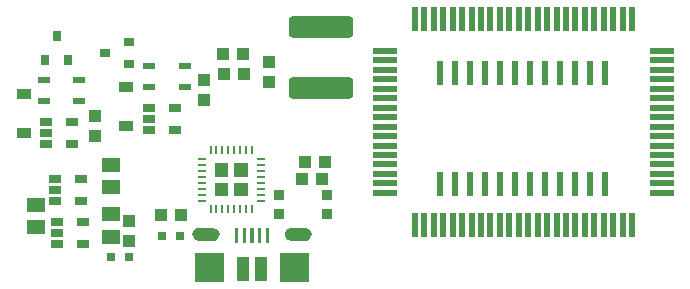
<source format=gbr>
G04 #@! TF.GenerationSoftware,KiCad,Pcbnew,9.0.1*
G04 #@! TF.CreationDate,2025-08-14T12:18:44-07:00*
G04 #@! TF.ProjectId,EL_PSU,454c5f50-5355-42e6-9b69-6361645f7063,rev?*
G04 #@! TF.SameCoordinates,Original*
G04 #@! TF.FileFunction,Paste,Top*
G04 #@! TF.FilePolarity,Positive*
%FSLAX46Y46*%
G04 Gerber Fmt 4.6, Leading zero omitted, Abs format (unit mm)*
G04 Created by KiCad (PCBNEW 9.0.1) date 2025-08-14 12:18:44*
%MOMM*%
%LPD*%
G01*
G04 APERTURE LIST*
G04 Aperture macros list*
%AMRoundRect*
0 Rectangle with rounded corners*
0 $1 Rounding radius*
0 $2 $3 $4 $5 $6 $7 $8 $9 X,Y pos of 4 corners*
0 Add a 4 corners polygon primitive as box body*
4,1,4,$2,$3,$4,$5,$6,$7,$8,$9,$2,$3,0*
0 Add four circle primitives for the rounded corners*
1,1,$1+$1,$2,$3*
1,1,$1+$1,$4,$5*
1,1,$1+$1,$6,$7*
1,1,$1+$1,$8,$9*
0 Add four rect primitives between the rounded corners*
20,1,$1+$1,$2,$3,$4,$5,0*
20,1,$1+$1,$4,$5,$6,$7,0*
20,1,$1+$1,$6,$7,$8,$9,0*
20,1,$1+$1,$8,$9,$2,$3,0*%
G04 Aperture macros list end*
%ADD10C,0.000000*%
%ADD11R,1.500000X1.240000*%
%ADD12R,1.000000X2.000000*%
%ADD13R,0.900000X0.900000*%
%ADD14R,0.250000X0.800000*%
%ADD15R,0.800000X0.250000*%
%ADD16R,1.075000X1.000000*%
%ADD17R,0.800000X0.800000*%
%ADD18R,1.000000X1.075000*%
%ADD19R,1.060000X0.650000*%
%ADD20R,1.200000X0.900000*%
%ADD21R,1.000000X0.550000*%
%ADD22RoundRect,0.250000X2.450000X-0.650000X2.450000X0.650000X-2.450000X0.650000X-2.450000X-0.650000X0*%
%ADD23R,0.600000X2.000000*%
%ADD24R,0.900000X0.800000*%
%ADD25R,0.800000X0.900000*%
%ADD26R,0.500000X2.000000*%
%ADD27R,2.000000X0.500000*%
G04 APERTURE END LIST*
D10*
G36*
X141795000Y-105385000D02*
G01*
X139295000Y-105385000D01*
X139295000Y-102885000D01*
X141795000Y-102885000D01*
X141795000Y-105385000D01*
G37*
G36*
X142995000Y-102085000D02*
G01*
X142695000Y-102085000D01*
X142695000Y-100835000D01*
X142995000Y-100835000D01*
X142995000Y-102085000D01*
G37*
G36*
X143645000Y-102085000D02*
G01*
X143345000Y-102085000D01*
X143345000Y-100835000D01*
X143645000Y-100835000D01*
X143645000Y-102085000D01*
G37*
G36*
X144295000Y-102085000D02*
G01*
X143995000Y-102085000D01*
X143995000Y-100835000D01*
X144295000Y-100835000D01*
X144295000Y-102085000D01*
G37*
G36*
X144945000Y-102085000D02*
G01*
X144645000Y-102085000D01*
X144645000Y-100835000D01*
X144945000Y-100835000D01*
X144945000Y-102085000D01*
G37*
G36*
X145595000Y-102085000D02*
G01*
X145295000Y-102085000D01*
X145295000Y-100835000D01*
X145595000Y-100835000D01*
X145595000Y-102085000D01*
G37*
G36*
X148995000Y-105385000D02*
G01*
X146495000Y-105385000D01*
X146495000Y-102885000D01*
X148995000Y-102885000D01*
X148995000Y-105385000D01*
G37*
G36*
X141137751Y-100880121D02*
G01*
X141270490Y-101001798D01*
X141359132Y-101158539D01*
X141395000Y-101335000D01*
X141359132Y-101511461D01*
X141270490Y-101668202D01*
X141137751Y-101789879D01*
X140973908Y-101864583D01*
X140795000Y-101885000D01*
X139695000Y-101885000D01*
X139352249Y-101789879D01*
X139219510Y-101668202D01*
X139130868Y-101511461D01*
X139095000Y-101335000D01*
X139219510Y-101001798D01*
X139352249Y-100880121D01*
X139516092Y-100805417D01*
X139695000Y-100785000D01*
X140795000Y-100785000D01*
X141137751Y-100880121D01*
G37*
G36*
X148937751Y-100880121D02*
G01*
X149070490Y-101001798D01*
X149159132Y-101158539D01*
X149195000Y-101335000D01*
X149159132Y-101511461D01*
X149070490Y-101668202D01*
X148937751Y-101789879D01*
X148773908Y-101864583D01*
X148595000Y-101885000D01*
X147495000Y-101885000D01*
X147152249Y-101789879D01*
X147019510Y-101668202D01*
X146930868Y-101511461D01*
X146895000Y-101335000D01*
X147019510Y-101001798D01*
X147152249Y-100880121D01*
X147316092Y-100805417D01*
X147495000Y-100785000D01*
X148595000Y-100785000D01*
X148937751Y-100880121D01*
G37*
G36*
X142127000Y-96473000D02*
G01*
X140984000Y-96473000D01*
X140984000Y-95330000D01*
X142127000Y-95330000D01*
X142127000Y-96473000D01*
G37*
G36*
X142127000Y-98124000D02*
G01*
X140984000Y-98124000D01*
X140984000Y-96981000D01*
X142127000Y-96981000D01*
X142127000Y-98124000D01*
G37*
G36*
X143778000Y-96473000D02*
G01*
X142635000Y-96473000D01*
X142635000Y-95330000D01*
X143778000Y-95330000D01*
X143778000Y-96473000D01*
G37*
G36*
X143778000Y-98124000D02*
G01*
X142635000Y-98124000D01*
X142635000Y-96981000D01*
X143778000Y-96981000D01*
X143778000Y-98124000D01*
G37*
D11*
X132200000Y-99650000D03*
X132200000Y-101550000D03*
X125857000Y-98850000D03*
X125857000Y-100750000D03*
D12*
X143395000Y-104235000D03*
X144895000Y-104235000D03*
D13*
X150513000Y-98000000D03*
X146413000Y-98000000D03*
X150513000Y-99600000D03*
X146413000Y-99600000D03*
D14*
X144131000Y-94227000D03*
X143631000Y-94227000D03*
X143131000Y-94227000D03*
X142631000Y-94227000D03*
X142131000Y-94227000D03*
X141631000Y-94227000D03*
X141131000Y-94227000D03*
X140631000Y-94227000D03*
D15*
X139881000Y-94977000D03*
X139881000Y-95477000D03*
X139881000Y-95977000D03*
X139881000Y-96477000D03*
X139881000Y-96977000D03*
X139881000Y-97477000D03*
X139881000Y-97977000D03*
X139881000Y-98477000D03*
D14*
X140631000Y-99227000D03*
X141131000Y-99227000D03*
X141631000Y-99227000D03*
X142131000Y-99227000D03*
X142631000Y-99227000D03*
X143131000Y-99227000D03*
X143631000Y-99227000D03*
X144131000Y-99227000D03*
D15*
X144881000Y-98477000D03*
X144881000Y-97977000D03*
X144881000Y-97477000D03*
X144881000Y-96977000D03*
X144881000Y-96477000D03*
X144881000Y-95977000D03*
X144881000Y-95477000D03*
X144881000Y-94977000D03*
D16*
X148375000Y-96647000D03*
X150075000Y-96647000D03*
D17*
X136525000Y-101473000D03*
X138025000Y-101473000D03*
D16*
X136437000Y-99695000D03*
X138137000Y-99695000D03*
D18*
X133731000Y-101942000D03*
X133731000Y-100242000D03*
D19*
X135425000Y-90617000D03*
X135425000Y-91567000D03*
X135425000Y-92517000D03*
X137625000Y-92517000D03*
X137625000Y-90617000D03*
D20*
X133450000Y-92150000D03*
X133450000Y-88850000D03*
D21*
X135450000Y-88875000D03*
X135450000Y-87125000D03*
X138450000Y-87125000D03*
X138450000Y-88875000D03*
D22*
X149987000Y-88910000D03*
X149987000Y-83810000D03*
D18*
X140081000Y-88304000D03*
X140081000Y-90004000D03*
D16*
X143471000Y-87757000D03*
X141771000Y-87757000D03*
X143400000Y-86106000D03*
X141700000Y-86106000D03*
D18*
X145542000Y-88480000D03*
X145542000Y-86780000D03*
D11*
X132200000Y-95450000D03*
X132200000Y-97350000D03*
D23*
X174012871Y-87683492D03*
X172742871Y-87683492D03*
X171472871Y-87683492D03*
X170202871Y-87683492D03*
X168932871Y-87683492D03*
X167662871Y-87683492D03*
X166392871Y-87683492D03*
X165122871Y-87683492D03*
X163852871Y-87683492D03*
X162582871Y-87683492D03*
X161312871Y-87683492D03*
X160042871Y-87683492D03*
X160042871Y-97083492D03*
X161312871Y-97083492D03*
X162582871Y-97083492D03*
X163852871Y-97083492D03*
X165122871Y-97083492D03*
X166392871Y-97083492D03*
X167662871Y-97083492D03*
X168932871Y-97083492D03*
X170202871Y-97083492D03*
X171472871Y-97083492D03*
X172742871Y-97083492D03*
X174012871Y-97083492D03*
D19*
X127650000Y-100300000D03*
X127650000Y-101250000D03*
X127650000Y-102200000D03*
X129850000Y-102200000D03*
X129850000Y-100300000D03*
X127500000Y-96650000D03*
X127500000Y-97600000D03*
X127500000Y-98550000D03*
X129700000Y-98550000D03*
X129700000Y-96650000D03*
D24*
X133700000Y-86950000D03*
X133700000Y-85050000D03*
X131700000Y-86000000D03*
D18*
X130810000Y-93052000D03*
X130810000Y-91352000D03*
D20*
X124800000Y-92790000D03*
X124800000Y-89490000D03*
D25*
X126650000Y-86540000D03*
X128550000Y-86540000D03*
X127600000Y-84540000D03*
D21*
X126500000Y-90015000D03*
X126500000Y-88265000D03*
X129500000Y-88265000D03*
X129500000Y-90015000D03*
D19*
X126700000Y-91790000D03*
X126700000Y-92740000D03*
X126700000Y-93690000D03*
X128900000Y-93690000D03*
X128900000Y-91790000D03*
D17*
X133719000Y-103251000D03*
X132219000Y-103251000D03*
D16*
X148629000Y-95250000D03*
X150329000Y-95250000D03*
D26*
X176332000Y-83071000D03*
X175532000Y-83071000D03*
X174732000Y-83071000D03*
X173932000Y-83071000D03*
X173132000Y-83071000D03*
X172332000Y-83071000D03*
X171532000Y-83071000D03*
X170732000Y-83071000D03*
X169932000Y-83071000D03*
X169132000Y-83071000D03*
X168332000Y-83071000D03*
X167532000Y-83071000D03*
X166732000Y-83071000D03*
X165932000Y-83071000D03*
X165132000Y-83071000D03*
X164332000Y-83071000D03*
X163532000Y-83071000D03*
X162732000Y-83071000D03*
X161932000Y-83071000D03*
X161132000Y-83071000D03*
X160332000Y-83071000D03*
X159532000Y-83071000D03*
X158732000Y-83071000D03*
X157932000Y-83071000D03*
D27*
X155382000Y-85821000D03*
X155382000Y-86621000D03*
X155382000Y-87421000D03*
X155382000Y-88221000D03*
X155382000Y-89021000D03*
X155382000Y-89821000D03*
X155382000Y-90621000D03*
X155382000Y-91421000D03*
X155382000Y-92221000D03*
X155382000Y-93021000D03*
X155382000Y-93821000D03*
X155382000Y-94621000D03*
X155382000Y-95421000D03*
X155382000Y-96221000D03*
X155382000Y-97021000D03*
X155382000Y-97821000D03*
D26*
X157932000Y-100571000D03*
X158732000Y-100571000D03*
X159532000Y-100571000D03*
X160332000Y-100571000D03*
X161132000Y-100571000D03*
X161932000Y-100571000D03*
X162732000Y-100571000D03*
X163532000Y-100571000D03*
X164332000Y-100571000D03*
X165132000Y-100571000D03*
X165932000Y-100571000D03*
X166732000Y-100571000D03*
X167532000Y-100571000D03*
X168332000Y-100571000D03*
X169132000Y-100571000D03*
X169932000Y-100571000D03*
X170732000Y-100571000D03*
X171532000Y-100571000D03*
X172332000Y-100571000D03*
X173132000Y-100571000D03*
X173932000Y-100571000D03*
X174732000Y-100571000D03*
X175532000Y-100571000D03*
X176332000Y-100571000D03*
D27*
X178882000Y-97821000D03*
X178882000Y-97021000D03*
X178882000Y-96221000D03*
X178882000Y-95421000D03*
X178882000Y-94621000D03*
X178882000Y-93821000D03*
X178882000Y-93021000D03*
X178882000Y-92221000D03*
X178882000Y-91421000D03*
X178882000Y-90621000D03*
X178882000Y-89821000D03*
X178882000Y-89021000D03*
X178882000Y-88221000D03*
X178882000Y-87421000D03*
X178882000Y-86621000D03*
X178882000Y-85821000D03*
M02*

</source>
